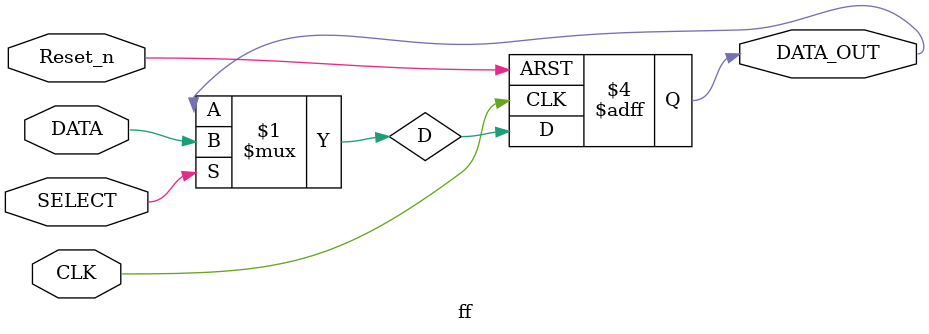
<source format=v>
`timescale 1ns/1ns
module ff(Reset_n, CLK, DATA, SELECT, DATA_OUT);

input Reset_n, CLK, DATA, SELECT;
output reg DATA_OUT;

wire D;
assign D = SELECT ? DATA : DATA_OUT;

always @ (posedge CLK, negedge Reset_n) begin //Reset_n is asynchronous if in sensitivity list.
	if (Reset_n == 0) DATA_OUT <= 0;
	else DATA_OUT <= D;
end
endmodule

</source>
